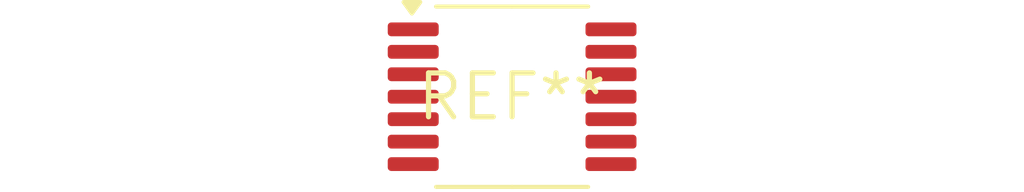
<source format=kicad_pcb>
(kicad_pcb (version 20240108) (generator pcbnew)
  (layers (0 "F.Cu" signal) (31 "B.Cu" signal) (34 "B.Paste" user) (35 "F.Paste" user) (36 "B.SilkS" user "B.Silkscreen") (37 "F.SilkS" user "F.Silkscreen") (38 "B.Mask" user) (39 "F.Mask" user) (44 "Edge.Cuts" user))
  (net 0 "")
  (footprint "TSSOP-14_4.4x5mm_P0.65mm" (layer "F.Cu") (at 0 0)
    (property "Reference" "REF**")
    (property "Value" "TSSOP-14_4.4x5mm_P0.65mm")
    (fp_line (start 0 -2.61) (end -2.2 -2.61) (layer "F.SilkS") (stroke (width 0.12)))
    (fp_line (start 0 -2.61) (end 2.2 -2.61) (layer "F.SilkS") (stroke (width 0.12)))
    (fp_line (start 0 2.61) (end -2.2 2.61) (layer "F.SilkS") (stroke (width 0.12)))
    (fp_line (start 0 2.61) (end 2.2 2.61) (layer "F.SilkS") (stroke (width 0.12)))
    (fp_poly (pts (xy -2.9 -2.41) (xy -3.14 -2.74) (xy -2.66 -2.74) (xy -2.9 -2.41)) (layer "F.SilkS") (stroke (width 0.12)) (fill solid))
    (pad "1" smd roundrect (at -2.8625 -1.95) (size 1.475 0.4) (layers "F.Cu" "F.Paste" "F.Mask"))
    (pad "2" smd roundrect (at -2.8625 -1.3) (size 1.475 0.4) (layers "F.Cu" "F.Paste" "F.Mask"))
    (pad "3" smd roundrect (at -2.8625 -0.65) (size 1.475 0.4) (layers "F.Cu" "F.Paste" "F.Mask"))
    (pad "4" smd roundrect (at -2.8625 0) (size 1.475 0.4) (layers "F.Cu" "F.Paste" "F.Mask"))
    (pad "5" smd roundrect (at -2.8625 0.65) (size 1.475 0.4) (layers "F.Cu" "F.Paste" "F.Mask"))
    (pad "6" smd roundrect (at -2.8625 1.3) (size 1.475 0.4) (layers "F.Cu" "F.Paste" "F.Mask"))
    (pad "7" smd roundrect (at -2.8625 1.95) (size 1.475 0.4) (layers "F.Cu" "F.Paste" "F.Mask"))
    (pad "8" smd roundrect (at 2.8625 1.95) (size 1.475 0.4) (layers "F.Cu" "F.Paste" "F.Mask"))
    (pad "9" smd roundrect (at 2.8625 1.3) (size 1.475 0.4) (layers "F.Cu" "F.Paste" "F.Mask"))
    (pad "10" smd roundrect (at 2.8625 0.65) (size 1.475 0.4) (layers "F.Cu" "F.Paste" "F.Mask"))
    (pad "11" smd roundrect (at 2.8625 0) (size 1.475 0.4) (layers "F.Cu" "F.Paste" "F.Mask"))
    (pad "12" smd roundrect (at 2.8625 -0.65) (size 1.475 0.4) (layers "F.Cu" "F.Paste" "F.Mask"))
    (pad "13" smd roundrect (at 2.8625 -1.3) (size 1.475 0.4) (layers "F.Cu" "F.Paste" "F.Mask"))
    (pad "14" smd roundrect (at 2.8625 -1.95) (size 1.475 0.4) (layers "F.Cu" "F.Paste" "F.Mask"))
  )
)
</source>
